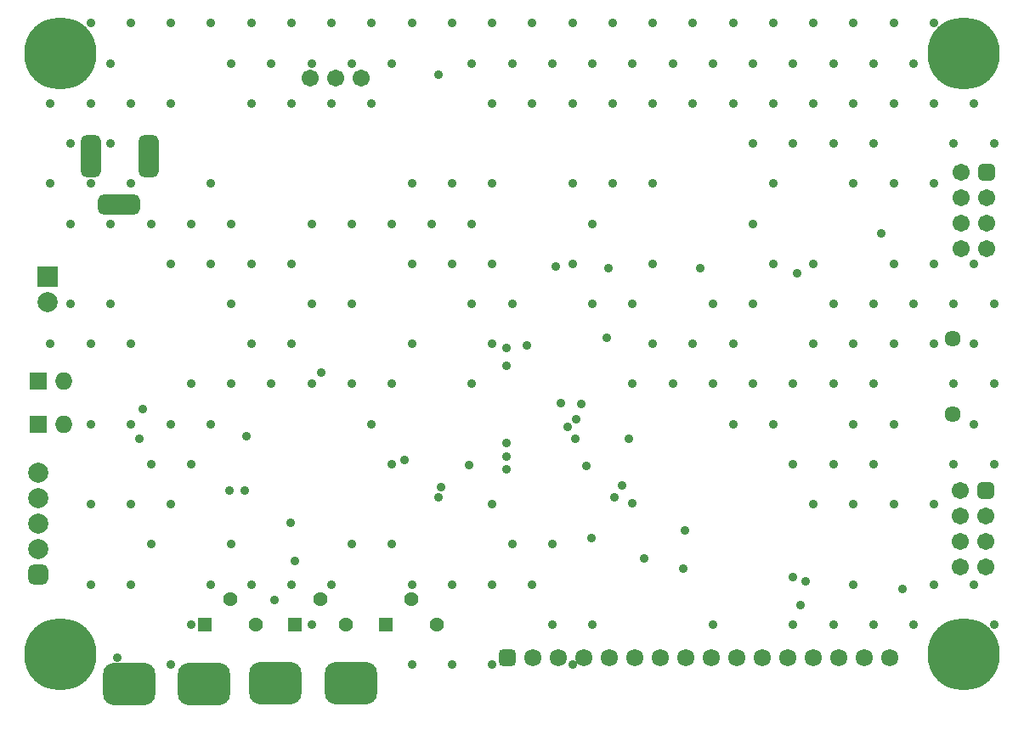
<source format=gbs>
G04*
G04 #@! TF.GenerationSoftware,Altium Limited,Altium Designer,24.1.2 (44)*
G04*
G04 Layer_Color=16711935*
%FSLAX44Y44*%
%MOMM*%
G71*
G04*
G04 #@! TF.SameCoordinates,6BD88CD4-1E97-4B61-92EF-30D8DD190105*
G04*
G04*
G04 #@! TF.FilePolarity,Negative*
G04*
G01*
G75*
%ADD66C,1.7032*%
G04:AMPARAMS|DCode=67|XSize=1.7032mm|YSize=1.7032mm|CornerRadius=0.4766mm|HoleSize=0mm|Usage=FLASHONLY|Rotation=270.000|XOffset=0mm|YOffset=0mm|HoleType=Round|Shape=RoundedRectangle|*
%AMROUNDEDRECTD67*
21,1,1.7032,0.7500,0,0,270.0*
21,1,0.7500,1.7032,0,0,270.0*
1,1,0.9532,-0.3750,-0.3750*
1,1,0.9532,-0.3750,0.3750*
1,1,0.9532,0.3750,0.3750*
1,1,0.9532,0.3750,-0.3750*
%
%ADD67ROUNDEDRECTD67*%
%ADD68R,1.4252X1.4252*%
%ADD69C,1.4252*%
%ADD70R,1.7432X1.7272*%
%ADD71O,1.7432X1.7272*%
%ADD72C,2.0032*%
%ADD73R,2.0032X2.0032*%
%ADD74C,1.6112*%
%ADD75C,7.2032*%
G04:AMPARAMS|DCode=76|XSize=4.2032mm|YSize=2.0032mm|CornerRadius=0.5516mm|HoleSize=0mm|Usage=FLASHONLY|Rotation=90.000|XOffset=0mm|YOffset=0mm|HoleType=Round|Shape=RoundedRectangle|*
%AMROUNDEDRECTD76*
21,1,4.2032,0.9000,0,0,90.0*
21,1,3.1000,2.0032,0,0,90.0*
1,1,1.1032,0.4500,1.5500*
1,1,1.1032,0.4500,-1.5500*
1,1,1.1032,-0.4500,-1.5500*
1,1,1.1032,-0.4500,1.5500*
%
%ADD76ROUNDEDRECTD76*%
G04:AMPARAMS|DCode=77|XSize=4.2032mm|YSize=2.0032mm|CornerRadius=0.5516mm|HoleSize=0mm|Usage=FLASHONLY|Rotation=180.000|XOffset=0mm|YOffset=0mm|HoleType=Round|Shape=RoundedRectangle|*
%AMROUNDEDRECTD77*
21,1,4.2032,0.9000,0,0,180.0*
21,1,3.1000,2.0032,0,0,180.0*
1,1,1.1032,-1.5500,0.4500*
1,1,1.1032,1.5500,0.4500*
1,1,1.1032,1.5500,-0.4500*
1,1,1.1032,-1.5500,-0.4500*
%
%ADD77ROUNDEDRECTD77*%
G04:AMPARAMS|DCode=78|XSize=2.0032mm|YSize=2.0032mm|CornerRadius=0.5516mm|HoleSize=0mm|Usage=FLASHONLY|Rotation=180.000|XOffset=0mm|YOffset=0mm|HoleType=Round|Shape=RoundedRectangle|*
%AMROUNDEDRECTD78*
21,1,2.0032,0.9000,0,0,180.0*
21,1,0.9000,2.0032,0,0,180.0*
1,1,1.1032,-0.4500,0.4500*
1,1,1.1032,0.4500,0.4500*
1,1,1.1032,0.4500,-0.4500*
1,1,1.1032,-0.4500,-0.4500*
%
%ADD78ROUNDEDRECTD78*%
%ADD79C,1.7232*%
G04:AMPARAMS|DCode=80|XSize=1.7232mm|YSize=1.7232mm|CornerRadius=0.4816mm|HoleSize=0mm|Usage=FLASHONLY|Rotation=0.000|XOffset=0mm|YOffset=0mm|HoleType=Round|Shape=RoundedRectangle|*
%AMROUNDEDRECTD80*
21,1,1.7232,0.7600,0,0,0.0*
21,1,0.7600,1.7232,0,0,0.0*
1,1,0.9632,0.3800,-0.3800*
1,1,0.9632,-0.3800,-0.3800*
1,1,0.9632,-0.3800,0.3800*
1,1,0.9632,0.3800,0.3800*
%
%ADD80ROUNDEDRECTD80*%
%ADD81C,0.9032*%
G04:AMPARAMS|DCode=102|XSize=5.2032mm|YSize=4.2032mm|CornerRadius=1.1016mm|HoleSize=0mm|Usage=FLASHONLY|Rotation=0.000|XOffset=0mm|YOffset=0mm|HoleType=Round|Shape=RoundedRectangle|*
%AMROUNDEDRECTD102*
21,1,5.2032,2.0000,0,0,0.0*
21,1,3.0000,4.2032,0,0,0.0*
1,1,2.2032,1.5000,-1.0000*
1,1,2.2032,-1.5000,-1.0000*
1,1,2.2032,-1.5000,1.0000*
1,1,2.2032,1.5000,1.0000*
%
%ADD102ROUNDEDRECTD102*%
D66*
X972820Y454660D02*
D03*
Y480060D02*
D03*
X947420Y454660D02*
D03*
Y480060D02*
D03*
X972820Y505460D02*
D03*
X947420D02*
D03*
Y530860D02*
D03*
X946150Y213360D02*
D03*
Y187960D02*
D03*
X971550D02*
D03*
X946150Y162560D02*
D03*
Y137160D02*
D03*
X971550Y162560D02*
D03*
Y137160D02*
D03*
X323850Y624840D02*
D03*
X349250D02*
D03*
X298450D02*
D03*
D67*
X972820Y530860D02*
D03*
X971550Y213360D02*
D03*
D68*
X373650Y80000D02*
D03*
X193600D02*
D03*
X283600D02*
D03*
D69*
X399050Y105400D02*
D03*
X424450Y80000D02*
D03*
X244400D02*
D03*
X219000Y105400D02*
D03*
X334400Y80000D02*
D03*
X309000Y105400D02*
D03*
D70*
X27940Y279400D02*
D03*
Y322580D02*
D03*
D71*
X53340Y279400D02*
D03*
Y322580D02*
D03*
D72*
X36830Y401320D02*
D03*
X27940Y231140D02*
D03*
Y205740D02*
D03*
Y180340D02*
D03*
Y154940D02*
D03*
D73*
X36830Y426720D02*
D03*
D74*
X938530Y289660D02*
D03*
Y365660D02*
D03*
D75*
X50000Y650000D02*
D03*
X950000Y650000D02*
D03*
X50000Y50000D02*
D03*
X950000Y50000D02*
D03*
D76*
X138250Y547370D02*
D03*
X80250D02*
D03*
D77*
X108250Y499370D02*
D03*
D78*
X27940Y129540D02*
D03*
D79*
X774700Y46990D02*
D03*
X723900D02*
D03*
X647700D02*
D03*
X546100D02*
D03*
X520700D02*
D03*
X571500D02*
D03*
X596900D02*
D03*
X622300D02*
D03*
X673100D02*
D03*
X698500D02*
D03*
X749300D02*
D03*
X800100D02*
D03*
X825500D02*
D03*
X850900D02*
D03*
X876300D02*
D03*
D80*
X495300D02*
D03*
D81*
X548640Y300990D02*
D03*
X568960Y299720D02*
D03*
X860000Y400000D02*
D03*
X899848Y400152D02*
D03*
X680000Y360000D02*
D03*
X640000D02*
D03*
X594143Y365857D02*
D03*
X880000Y360000D02*
D03*
X940000Y400000D02*
D03*
X860000Y320000D02*
D03*
X620000D02*
D03*
X106680Y46990D02*
D03*
X670560Y135890D02*
D03*
X579120Y166370D02*
D03*
X960000Y600000D02*
D03*
X980000Y560000D02*
D03*
X960000Y440000D02*
D03*
X980000Y400000D02*
D03*
X960000Y360000D02*
D03*
X980000Y320000D02*
D03*
X960000Y280000D02*
D03*
X980000Y240000D02*
D03*
X960000Y120000D02*
D03*
X980000Y80000D02*
D03*
X920000Y680000D02*
D03*
Y600000D02*
D03*
X940000Y560000D02*
D03*
X920000Y520000D02*
D03*
Y440000D02*
D03*
Y360000D02*
D03*
X940000Y320000D02*
D03*
Y240000D02*
D03*
X920000Y200000D02*
D03*
Y120000D02*
D03*
X880000Y680000D02*
D03*
X900000Y640000D02*
D03*
X880000Y600000D02*
D03*
Y520000D02*
D03*
Y440000D02*
D03*
Y280000D02*
D03*
Y200000D02*
D03*
X900000Y80000D02*
D03*
X840000Y680000D02*
D03*
X860000Y640000D02*
D03*
X840000Y600000D02*
D03*
X860000Y560000D02*
D03*
X840000Y520000D02*
D03*
Y360000D02*
D03*
Y280000D02*
D03*
X860000Y240000D02*
D03*
X840000Y200000D02*
D03*
Y120000D02*
D03*
X860000Y80000D02*
D03*
X800000Y680000D02*
D03*
X820000Y640000D02*
D03*
X800000Y600000D02*
D03*
X820000Y560000D02*
D03*
X800000Y440000D02*
D03*
X820000Y400000D02*
D03*
X800000Y360000D02*
D03*
X820000Y320000D02*
D03*
Y240000D02*
D03*
X800000Y200000D02*
D03*
X820000Y80000D02*
D03*
X760000Y680000D02*
D03*
X780000Y640000D02*
D03*
X760000Y600000D02*
D03*
X780000Y560000D02*
D03*
X760000Y520000D02*
D03*
Y440000D02*
D03*
X780000Y320000D02*
D03*
X760000Y280000D02*
D03*
X780000Y240000D02*
D03*
Y80000D02*
D03*
X720000Y680000D02*
D03*
X740000Y640000D02*
D03*
X720000Y600000D02*
D03*
X740000Y560000D02*
D03*
Y480000D02*
D03*
Y400000D02*
D03*
X720000Y360000D02*
D03*
X740000Y320000D02*
D03*
X720000Y280000D02*
D03*
X680000Y680000D02*
D03*
X700000Y640000D02*
D03*
X680000Y600000D02*
D03*
X700000Y400000D02*
D03*
Y320000D02*
D03*
Y80000D02*
D03*
X640000Y680000D02*
D03*
X660000Y640000D02*
D03*
X640000Y600000D02*
D03*
Y520000D02*
D03*
Y440000D02*
D03*
X660000Y320000D02*
D03*
X600000Y680000D02*
D03*
X620000Y640000D02*
D03*
X600000Y600000D02*
D03*
Y520000D02*
D03*
X620000Y400000D02*
D03*
X560000Y680000D02*
D03*
X580000Y640000D02*
D03*
X560000Y600000D02*
D03*
Y520000D02*
D03*
X580000Y480000D02*
D03*
X560000Y440000D02*
D03*
X580000Y400000D02*
D03*
Y80000D02*
D03*
X560000Y40000D02*
D03*
X520000Y680000D02*
D03*
X540000Y640000D02*
D03*
X520000Y600000D02*
D03*
X540000Y160000D02*
D03*
X520000Y120000D02*
D03*
X540000Y80000D02*
D03*
X480000Y680000D02*
D03*
X500000Y640000D02*
D03*
X480000Y600000D02*
D03*
Y520000D02*
D03*
Y440000D02*
D03*
X500000Y400000D02*
D03*
X480000Y360000D02*
D03*
Y200000D02*
D03*
X500000Y160000D02*
D03*
X480000Y120000D02*
D03*
Y40000D02*
D03*
X440000Y680000D02*
D03*
X460000Y640000D02*
D03*
X440000Y520000D02*
D03*
X460000Y480000D02*
D03*
X440000Y440000D02*
D03*
X460000Y400000D02*
D03*
Y320000D02*
D03*
X440000Y120000D02*
D03*
Y40000D02*
D03*
X400000Y680000D02*
D03*
Y520000D02*
D03*
X420000Y480000D02*
D03*
X400000Y440000D02*
D03*
Y360000D02*
D03*
Y120000D02*
D03*
Y40000D02*
D03*
X360000Y680000D02*
D03*
X380000Y640000D02*
D03*
X360000Y600000D02*
D03*
X380000Y480000D02*
D03*
Y320000D02*
D03*
X360000Y280000D02*
D03*
X380000Y240000D02*
D03*
Y160000D02*
D03*
X320000Y680000D02*
D03*
X340000Y640000D02*
D03*
X320000Y600000D02*
D03*
X340000Y480000D02*
D03*
Y400000D02*
D03*
Y320000D02*
D03*
Y160000D02*
D03*
X320000Y120000D02*
D03*
X280000Y680000D02*
D03*
X300000Y640000D02*
D03*
X280000Y600000D02*
D03*
X300000Y480000D02*
D03*
X280000Y440000D02*
D03*
X300000Y400000D02*
D03*
X280000Y360000D02*
D03*
X300000Y320000D02*
D03*
X280000Y120000D02*
D03*
X300000Y80000D02*
D03*
X240000Y680000D02*
D03*
X260000Y640000D02*
D03*
X240000Y600000D02*
D03*
Y440000D02*
D03*
Y360000D02*
D03*
X260000Y320000D02*
D03*
X240000Y120000D02*
D03*
X200000Y680000D02*
D03*
X220000Y640000D02*
D03*
X200000Y520000D02*
D03*
X220000Y480000D02*
D03*
X200000Y440000D02*
D03*
X220000Y400000D02*
D03*
Y320000D02*
D03*
X200000Y280000D02*
D03*
X220000Y160000D02*
D03*
X200000Y120000D02*
D03*
X160000Y680000D02*
D03*
Y600000D02*
D03*
X180000Y480000D02*
D03*
X160000Y440000D02*
D03*
X180000Y320000D02*
D03*
X160000Y280000D02*
D03*
X180000Y240000D02*
D03*
X160000Y200000D02*
D03*
X180000Y80000D02*
D03*
X160000Y40000D02*
D03*
X120000Y680000D02*
D03*
Y600000D02*
D03*
Y520000D02*
D03*
X140000Y480000D02*
D03*
X120000Y360000D02*
D03*
Y280000D02*
D03*
X140000Y240000D02*
D03*
X120000Y200000D02*
D03*
X140000Y160000D02*
D03*
X120000Y120000D02*
D03*
X80000Y680000D02*
D03*
X100000Y640000D02*
D03*
X80000Y600000D02*
D03*
X100000Y560000D02*
D03*
X80000Y520000D02*
D03*
X100000Y480000D02*
D03*
Y400000D02*
D03*
X80000Y360000D02*
D03*
Y280000D02*
D03*
Y200000D02*
D03*
Y120000D02*
D03*
X40000Y600000D02*
D03*
X60000Y560000D02*
D03*
X40000Y520000D02*
D03*
X60000Y480000D02*
D03*
Y400000D02*
D03*
X40000Y360000D02*
D03*
X218487Y213360D02*
D03*
X279400Y181610D02*
D03*
X181610Y33020D02*
D03*
X128270Y265430D02*
D03*
X494030Y261190D02*
D03*
X457200Y239420D02*
D03*
X132080Y294640D02*
D03*
X233680Y213360D02*
D03*
X494030Y234950D02*
D03*
Y247650D02*
D03*
X429260Y217170D02*
D03*
X426720Y207010D02*
D03*
X615950Y265430D02*
D03*
X631190Y146050D02*
D03*
X426720Y628650D02*
D03*
X234950Y267970D02*
D03*
X309880Y331470D02*
D03*
X392430Y243840D02*
D03*
X889000Y115570D02*
D03*
X787400Y99060D02*
D03*
X574040Y238675D02*
D03*
X494030Y337820D02*
D03*
X563880Y284480D02*
D03*
X554990Y276860D02*
D03*
X514350Y358140D02*
D03*
X609290Y218833D02*
D03*
X494030Y355600D02*
D03*
X601980Y207010D02*
D03*
X619763Y200753D02*
D03*
X262890Y104140D02*
D03*
X283210Y143510D02*
D03*
X595630Y435610D02*
D03*
X687070D02*
D03*
X783590Y430530D02*
D03*
X867410Y469900D02*
D03*
X543560Y436880D02*
D03*
X562610Y265430D02*
D03*
X792480Y123190D02*
D03*
X779780Y127000D02*
D03*
X671830Y173990D02*
D03*
X50000Y677500D02*
D03*
X70000Y670000D02*
D03*
X77500Y650000D02*
D03*
X70000Y630000D02*
D03*
X50000Y622500D02*
D03*
X30000Y630000D02*
D03*
X22500Y650000D02*
D03*
X30000Y670000D02*
D03*
X950000Y677500D02*
D03*
X970000Y670000D02*
D03*
X977500Y650000D02*
D03*
X970000Y630000D02*
D03*
X950000Y622500D02*
D03*
X930000Y630000D02*
D03*
X922500Y650000D02*
D03*
X930000Y670000D02*
D03*
X50000Y77500D02*
D03*
X70000Y70000D02*
D03*
X77500Y50000D02*
D03*
X70000Y30000D02*
D03*
X50000Y22500D02*
D03*
X30000Y30000D02*
D03*
X22500Y50000D02*
D03*
X30000Y70000D02*
D03*
X950000Y77500D02*
D03*
X970000Y70000D02*
D03*
X977500Y50000D02*
D03*
X970000Y30000D02*
D03*
X950000Y22500D02*
D03*
X930000Y30000D02*
D03*
X922500Y50000D02*
D03*
X930000Y70000D02*
D03*
D102*
X193110Y21016D02*
D03*
X118110D02*
D03*
X264160Y21590D02*
D03*
X339160D02*
D03*
M02*

</source>
